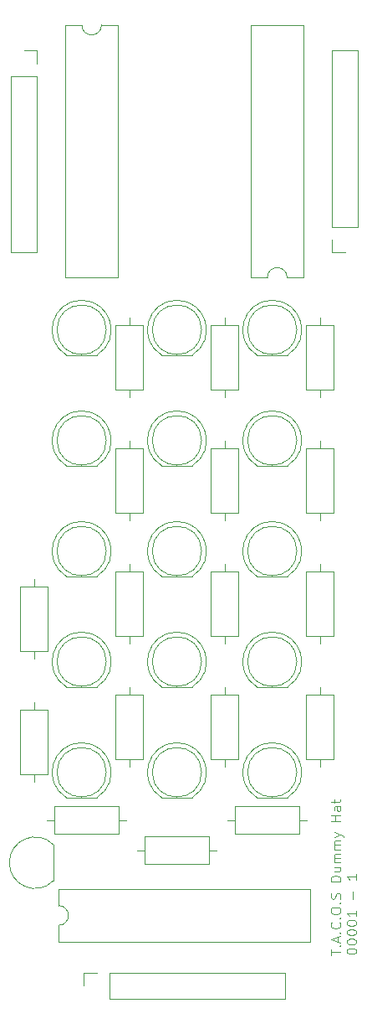
<source format=gbr>
%TF.GenerationSoftware,KiCad,Pcbnew,9.0.4-1.fc42*%
%TF.CreationDate,2025-09-21T18:40:38-04:00*%
%TF.ProjectId,DummyHat,44756d6d-7948-4617-942e-6b696361645f,rev?*%
%TF.SameCoordinates,Original*%
%TF.FileFunction,Legend,Top*%
%TF.FilePolarity,Positive*%
%FSLAX46Y46*%
G04 Gerber Fmt 4.6, Leading zero omitted, Abs format (unit mm)*
G04 Created by KiCad (PCBNEW 9.0.4-1.fc42) date 2025-09-21 18:40:38*
%MOMM*%
%LPD*%
G01*
G04 APERTURE LIST*
%ADD10C,0.100000*%
%ADD11C,0.120000*%
G04 APERTURE END LIST*
D10*
X84663875Y-147489172D02*
X84663875Y-146917744D01*
X85663875Y-147203458D02*
X84663875Y-147203458D01*
X85568636Y-146584410D02*
X85616256Y-146536791D01*
X85616256Y-146536791D02*
X85663875Y-146584410D01*
X85663875Y-146584410D02*
X85616256Y-146632029D01*
X85616256Y-146632029D02*
X85568636Y-146584410D01*
X85568636Y-146584410D02*
X85663875Y-146584410D01*
X85378160Y-146155839D02*
X85378160Y-145679649D01*
X85663875Y-146251077D02*
X84663875Y-145917744D01*
X84663875Y-145917744D02*
X85663875Y-145584411D01*
X85568636Y-145251077D02*
X85616256Y-145203458D01*
X85616256Y-145203458D02*
X85663875Y-145251077D01*
X85663875Y-145251077D02*
X85616256Y-145298696D01*
X85616256Y-145298696D02*
X85568636Y-145251077D01*
X85568636Y-145251077D02*
X85663875Y-145251077D01*
X85568636Y-144203459D02*
X85616256Y-144251078D01*
X85616256Y-144251078D02*
X85663875Y-144393935D01*
X85663875Y-144393935D02*
X85663875Y-144489173D01*
X85663875Y-144489173D02*
X85616256Y-144632030D01*
X85616256Y-144632030D02*
X85521017Y-144727268D01*
X85521017Y-144727268D02*
X85425779Y-144774887D01*
X85425779Y-144774887D02*
X85235303Y-144822506D01*
X85235303Y-144822506D02*
X85092446Y-144822506D01*
X85092446Y-144822506D02*
X84901970Y-144774887D01*
X84901970Y-144774887D02*
X84806732Y-144727268D01*
X84806732Y-144727268D02*
X84711494Y-144632030D01*
X84711494Y-144632030D02*
X84663875Y-144489173D01*
X84663875Y-144489173D02*
X84663875Y-144393935D01*
X84663875Y-144393935D02*
X84711494Y-144251078D01*
X84711494Y-144251078D02*
X84759113Y-144203459D01*
X85568636Y-143774887D02*
X85616256Y-143727268D01*
X85616256Y-143727268D02*
X85663875Y-143774887D01*
X85663875Y-143774887D02*
X85616256Y-143822506D01*
X85616256Y-143822506D02*
X85568636Y-143774887D01*
X85568636Y-143774887D02*
X85663875Y-143774887D01*
X84663875Y-143108221D02*
X84663875Y-142917745D01*
X84663875Y-142917745D02*
X84711494Y-142822507D01*
X84711494Y-142822507D02*
X84806732Y-142727269D01*
X84806732Y-142727269D02*
X84997208Y-142679650D01*
X84997208Y-142679650D02*
X85330541Y-142679650D01*
X85330541Y-142679650D02*
X85521017Y-142727269D01*
X85521017Y-142727269D02*
X85616256Y-142822507D01*
X85616256Y-142822507D02*
X85663875Y-142917745D01*
X85663875Y-142917745D02*
X85663875Y-143108221D01*
X85663875Y-143108221D02*
X85616256Y-143203459D01*
X85616256Y-143203459D02*
X85521017Y-143298697D01*
X85521017Y-143298697D02*
X85330541Y-143346316D01*
X85330541Y-143346316D02*
X84997208Y-143346316D01*
X84997208Y-143346316D02*
X84806732Y-143298697D01*
X84806732Y-143298697D02*
X84711494Y-143203459D01*
X84711494Y-143203459D02*
X84663875Y-143108221D01*
X85568636Y-142251078D02*
X85616256Y-142203459D01*
X85616256Y-142203459D02*
X85663875Y-142251078D01*
X85663875Y-142251078D02*
X85616256Y-142298697D01*
X85616256Y-142298697D02*
X85568636Y-142251078D01*
X85568636Y-142251078D02*
X85663875Y-142251078D01*
X85616256Y-141822507D02*
X85663875Y-141679650D01*
X85663875Y-141679650D02*
X85663875Y-141441555D01*
X85663875Y-141441555D02*
X85616256Y-141346317D01*
X85616256Y-141346317D02*
X85568636Y-141298698D01*
X85568636Y-141298698D02*
X85473398Y-141251079D01*
X85473398Y-141251079D02*
X85378160Y-141251079D01*
X85378160Y-141251079D02*
X85282922Y-141298698D01*
X85282922Y-141298698D02*
X85235303Y-141346317D01*
X85235303Y-141346317D02*
X85187684Y-141441555D01*
X85187684Y-141441555D02*
X85140065Y-141632031D01*
X85140065Y-141632031D02*
X85092446Y-141727269D01*
X85092446Y-141727269D02*
X85044827Y-141774888D01*
X85044827Y-141774888D02*
X84949589Y-141822507D01*
X84949589Y-141822507D02*
X84854351Y-141822507D01*
X84854351Y-141822507D02*
X84759113Y-141774888D01*
X84759113Y-141774888D02*
X84711494Y-141727269D01*
X84711494Y-141727269D02*
X84663875Y-141632031D01*
X84663875Y-141632031D02*
X84663875Y-141393936D01*
X84663875Y-141393936D02*
X84711494Y-141251079D01*
X85663875Y-140060602D02*
X84663875Y-140060602D01*
X84663875Y-140060602D02*
X84663875Y-139822507D01*
X84663875Y-139822507D02*
X84711494Y-139679650D01*
X84711494Y-139679650D02*
X84806732Y-139584412D01*
X84806732Y-139584412D02*
X84901970Y-139536793D01*
X84901970Y-139536793D02*
X85092446Y-139489174D01*
X85092446Y-139489174D02*
X85235303Y-139489174D01*
X85235303Y-139489174D02*
X85425779Y-139536793D01*
X85425779Y-139536793D02*
X85521017Y-139584412D01*
X85521017Y-139584412D02*
X85616256Y-139679650D01*
X85616256Y-139679650D02*
X85663875Y-139822507D01*
X85663875Y-139822507D02*
X85663875Y-140060602D01*
X84997208Y-138632031D02*
X85663875Y-138632031D01*
X84997208Y-139060602D02*
X85521017Y-139060602D01*
X85521017Y-139060602D02*
X85616256Y-139012983D01*
X85616256Y-139012983D02*
X85663875Y-138917745D01*
X85663875Y-138917745D02*
X85663875Y-138774888D01*
X85663875Y-138774888D02*
X85616256Y-138679650D01*
X85616256Y-138679650D02*
X85568636Y-138632031D01*
X85663875Y-138155840D02*
X84997208Y-138155840D01*
X85092446Y-138155840D02*
X85044827Y-138108221D01*
X85044827Y-138108221D02*
X84997208Y-138012983D01*
X84997208Y-138012983D02*
X84997208Y-137870126D01*
X84997208Y-137870126D02*
X85044827Y-137774888D01*
X85044827Y-137774888D02*
X85140065Y-137727269D01*
X85140065Y-137727269D02*
X85663875Y-137727269D01*
X85140065Y-137727269D02*
X85044827Y-137679650D01*
X85044827Y-137679650D02*
X84997208Y-137584412D01*
X84997208Y-137584412D02*
X84997208Y-137441555D01*
X84997208Y-137441555D02*
X85044827Y-137346316D01*
X85044827Y-137346316D02*
X85140065Y-137298697D01*
X85140065Y-137298697D02*
X85663875Y-137298697D01*
X85663875Y-136822507D02*
X84997208Y-136822507D01*
X85092446Y-136822507D02*
X85044827Y-136774888D01*
X85044827Y-136774888D02*
X84997208Y-136679650D01*
X84997208Y-136679650D02*
X84997208Y-136536793D01*
X84997208Y-136536793D02*
X85044827Y-136441555D01*
X85044827Y-136441555D02*
X85140065Y-136393936D01*
X85140065Y-136393936D02*
X85663875Y-136393936D01*
X85140065Y-136393936D02*
X85044827Y-136346317D01*
X85044827Y-136346317D02*
X84997208Y-136251079D01*
X84997208Y-136251079D02*
X84997208Y-136108222D01*
X84997208Y-136108222D02*
X85044827Y-136012983D01*
X85044827Y-136012983D02*
X85140065Y-135965364D01*
X85140065Y-135965364D02*
X85663875Y-135965364D01*
X84997208Y-135584412D02*
X85663875Y-135346317D01*
X84997208Y-135108222D02*
X85663875Y-135346317D01*
X85663875Y-135346317D02*
X85901970Y-135441555D01*
X85901970Y-135441555D02*
X85949589Y-135489174D01*
X85949589Y-135489174D02*
X85997208Y-135584412D01*
X85663875Y-133965364D02*
X84663875Y-133965364D01*
X85140065Y-133965364D02*
X85140065Y-133393936D01*
X85663875Y-133393936D02*
X84663875Y-133393936D01*
X85663875Y-132489174D02*
X85140065Y-132489174D01*
X85140065Y-132489174D02*
X85044827Y-132536793D01*
X85044827Y-132536793D02*
X84997208Y-132632031D01*
X84997208Y-132632031D02*
X84997208Y-132822507D01*
X84997208Y-132822507D02*
X85044827Y-132917745D01*
X85616256Y-132489174D02*
X85663875Y-132584412D01*
X85663875Y-132584412D02*
X85663875Y-132822507D01*
X85663875Y-132822507D02*
X85616256Y-132917745D01*
X85616256Y-132917745D02*
X85521017Y-132965364D01*
X85521017Y-132965364D02*
X85425779Y-132965364D01*
X85425779Y-132965364D02*
X85330541Y-132917745D01*
X85330541Y-132917745D02*
X85282922Y-132822507D01*
X85282922Y-132822507D02*
X85282922Y-132584412D01*
X85282922Y-132584412D02*
X85235303Y-132489174D01*
X84997208Y-132155840D02*
X84997208Y-131774888D01*
X84663875Y-132012983D02*
X85521017Y-132012983D01*
X85521017Y-132012983D02*
X85616256Y-131965364D01*
X85616256Y-131965364D02*
X85663875Y-131870126D01*
X85663875Y-131870126D02*
X85663875Y-131774888D01*
X86273819Y-147155839D02*
X86273819Y-147060601D01*
X86273819Y-147060601D02*
X86321438Y-146965363D01*
X86321438Y-146965363D02*
X86369057Y-146917744D01*
X86369057Y-146917744D02*
X86464295Y-146870125D01*
X86464295Y-146870125D02*
X86654771Y-146822506D01*
X86654771Y-146822506D02*
X86892866Y-146822506D01*
X86892866Y-146822506D02*
X87083342Y-146870125D01*
X87083342Y-146870125D02*
X87178580Y-146917744D01*
X87178580Y-146917744D02*
X87226200Y-146965363D01*
X87226200Y-146965363D02*
X87273819Y-147060601D01*
X87273819Y-147060601D02*
X87273819Y-147155839D01*
X87273819Y-147155839D02*
X87226200Y-147251077D01*
X87226200Y-147251077D02*
X87178580Y-147298696D01*
X87178580Y-147298696D02*
X87083342Y-147346315D01*
X87083342Y-147346315D02*
X86892866Y-147393934D01*
X86892866Y-147393934D02*
X86654771Y-147393934D01*
X86654771Y-147393934D02*
X86464295Y-147346315D01*
X86464295Y-147346315D02*
X86369057Y-147298696D01*
X86369057Y-147298696D02*
X86321438Y-147251077D01*
X86321438Y-147251077D02*
X86273819Y-147155839D01*
X86273819Y-146203458D02*
X86273819Y-146108220D01*
X86273819Y-146108220D02*
X86321438Y-146012982D01*
X86321438Y-146012982D02*
X86369057Y-145965363D01*
X86369057Y-145965363D02*
X86464295Y-145917744D01*
X86464295Y-145917744D02*
X86654771Y-145870125D01*
X86654771Y-145870125D02*
X86892866Y-145870125D01*
X86892866Y-145870125D02*
X87083342Y-145917744D01*
X87083342Y-145917744D02*
X87178580Y-145965363D01*
X87178580Y-145965363D02*
X87226200Y-146012982D01*
X87226200Y-146012982D02*
X87273819Y-146108220D01*
X87273819Y-146108220D02*
X87273819Y-146203458D01*
X87273819Y-146203458D02*
X87226200Y-146298696D01*
X87226200Y-146298696D02*
X87178580Y-146346315D01*
X87178580Y-146346315D02*
X87083342Y-146393934D01*
X87083342Y-146393934D02*
X86892866Y-146441553D01*
X86892866Y-146441553D02*
X86654771Y-146441553D01*
X86654771Y-146441553D02*
X86464295Y-146393934D01*
X86464295Y-146393934D02*
X86369057Y-146346315D01*
X86369057Y-146346315D02*
X86321438Y-146298696D01*
X86321438Y-146298696D02*
X86273819Y-146203458D01*
X86273819Y-145251077D02*
X86273819Y-145155839D01*
X86273819Y-145155839D02*
X86321438Y-145060601D01*
X86321438Y-145060601D02*
X86369057Y-145012982D01*
X86369057Y-145012982D02*
X86464295Y-144965363D01*
X86464295Y-144965363D02*
X86654771Y-144917744D01*
X86654771Y-144917744D02*
X86892866Y-144917744D01*
X86892866Y-144917744D02*
X87083342Y-144965363D01*
X87083342Y-144965363D02*
X87178580Y-145012982D01*
X87178580Y-145012982D02*
X87226200Y-145060601D01*
X87226200Y-145060601D02*
X87273819Y-145155839D01*
X87273819Y-145155839D02*
X87273819Y-145251077D01*
X87273819Y-145251077D02*
X87226200Y-145346315D01*
X87226200Y-145346315D02*
X87178580Y-145393934D01*
X87178580Y-145393934D02*
X87083342Y-145441553D01*
X87083342Y-145441553D02*
X86892866Y-145489172D01*
X86892866Y-145489172D02*
X86654771Y-145489172D01*
X86654771Y-145489172D02*
X86464295Y-145441553D01*
X86464295Y-145441553D02*
X86369057Y-145393934D01*
X86369057Y-145393934D02*
X86321438Y-145346315D01*
X86321438Y-145346315D02*
X86273819Y-145251077D01*
X86273819Y-144298696D02*
X86273819Y-144203458D01*
X86273819Y-144203458D02*
X86321438Y-144108220D01*
X86321438Y-144108220D02*
X86369057Y-144060601D01*
X86369057Y-144060601D02*
X86464295Y-144012982D01*
X86464295Y-144012982D02*
X86654771Y-143965363D01*
X86654771Y-143965363D02*
X86892866Y-143965363D01*
X86892866Y-143965363D02*
X87083342Y-144012982D01*
X87083342Y-144012982D02*
X87178580Y-144060601D01*
X87178580Y-144060601D02*
X87226200Y-144108220D01*
X87226200Y-144108220D02*
X87273819Y-144203458D01*
X87273819Y-144203458D02*
X87273819Y-144298696D01*
X87273819Y-144298696D02*
X87226200Y-144393934D01*
X87226200Y-144393934D02*
X87178580Y-144441553D01*
X87178580Y-144441553D02*
X87083342Y-144489172D01*
X87083342Y-144489172D02*
X86892866Y-144536791D01*
X86892866Y-144536791D02*
X86654771Y-144536791D01*
X86654771Y-144536791D02*
X86464295Y-144489172D01*
X86464295Y-144489172D02*
X86369057Y-144441553D01*
X86369057Y-144441553D02*
X86321438Y-144393934D01*
X86321438Y-144393934D02*
X86273819Y-144298696D01*
X87273819Y-143012982D02*
X87273819Y-143584410D01*
X87273819Y-143298696D02*
X86273819Y-143298696D01*
X86273819Y-143298696D02*
X86416676Y-143393934D01*
X86416676Y-143393934D02*
X86511914Y-143489172D01*
X86511914Y-143489172D02*
X86559533Y-143584410D01*
X86892866Y-141822505D02*
X86892866Y-141060601D01*
X87273819Y-139298696D02*
X87273819Y-139870124D01*
X87273819Y-139584410D02*
X86273819Y-139584410D01*
X86273819Y-139584410D02*
X86416676Y-139679648D01*
X86416676Y-139679648D02*
X86511914Y-139774886D01*
X86511914Y-139774886D02*
X86559533Y-139870124D01*
D11*
%TO.C,R11*%
X73914000Y-120420000D02*
X73914000Y-121190000D01*
X73914000Y-128500000D02*
X73914000Y-127730000D01*
X72544000Y-127730000D02*
X75284000Y-127730000D01*
X75284000Y-121190000D01*
X72544000Y-121190000D01*
X72544000Y-127730000D01*
%TO.C,D7*%
X77195000Y-98064000D02*
X80285000Y-98064000D01*
X77195170Y-98064000D02*
G75*
G02*
X78740000Y-92514000I1544830J2560000D01*
G01*
X78740000Y-92514000D02*
G75*
G02*
X80284830Y-98064000I0J-2990000D01*
G01*
X81240000Y-95504000D02*
G75*
G02*
X76240000Y-95504000I-2500000J0D01*
G01*
X76240000Y-95504000D02*
G75*
G02*
X81240000Y-95504000I2500000J0D01*
G01*
%TO.C,Q1*%
X56566000Y-139976000D02*
X56566000Y-136376000D01*
X52116000Y-138176000D02*
G75*
G02*
X56554478Y-136337522I2600000J0D01*
G01*
X56554478Y-140014478D02*
G75*
G02*
X52115999Y-138176000I-1838478J1838478D01*
G01*
%TO.C,D6*%
X57891000Y-109245000D02*
X60981000Y-109245000D01*
X57891170Y-109245000D02*
G75*
G02*
X59436000Y-103695000I1544830J2560000D01*
G01*
X59436000Y-103695000D02*
G75*
G02*
X60980830Y-109245000I0J-2990000D01*
G01*
X61936000Y-106685000D02*
G75*
G02*
X56936000Y-106685000I-2500000J0D01*
G01*
X56936000Y-106685000D02*
G75*
G02*
X61936000Y-106685000I2500000J0D01*
G01*
%TO.C,R10*%
X64262000Y-120420000D02*
X64262000Y-121190000D01*
X64262000Y-128500000D02*
X64262000Y-127730000D01*
X62892000Y-127730000D02*
X65632000Y-127730000D01*
X65632000Y-121190000D01*
X62892000Y-121190000D01*
X62892000Y-127730000D01*
%TO.C,R6*%
X73914000Y-83082000D02*
X73914000Y-83852000D01*
X73914000Y-91162000D02*
X73914000Y-90392000D01*
X75284000Y-83852000D02*
X72544000Y-83852000D01*
X72544000Y-90392000D01*
X75284000Y-90392000D01*
X75284000Y-83852000D01*
%TO.C,J3*%
X84776000Y-73914000D02*
X84776000Y-56074000D01*
X84776000Y-76514000D02*
X84776000Y-75184000D01*
X86106000Y-76514000D02*
X84776000Y-76514000D01*
X87436000Y-56074000D02*
X84776000Y-56074000D01*
X87436000Y-73914000D02*
X84776000Y-73914000D01*
X87436000Y-73914000D02*
X87436000Y-56074000D01*
%TO.C,R1*%
X54610000Y-121944000D02*
X54610000Y-122714000D01*
X54610000Y-130024000D02*
X54610000Y-129254000D01*
X53240000Y-129254000D02*
X55980000Y-129254000D01*
X55980000Y-122714000D01*
X53240000Y-122714000D01*
X53240000Y-129254000D01*
%TO.C,D3*%
X57891000Y-86888000D02*
X60981000Y-86888000D01*
X57891170Y-86888000D02*
G75*
G02*
X59436000Y-81338000I1544830J2560000D01*
G01*
X59436000Y-81338000D02*
G75*
G02*
X60980830Y-86888000I0J-2990000D01*
G01*
X61936000Y-84328000D02*
G75*
G02*
X56936000Y-84328000I-2500000J0D01*
G01*
X56936000Y-84328000D02*
G75*
G02*
X61936000Y-84328000I2500000J0D01*
G01*
%TO.C,R14*%
X65048000Y-136906000D02*
X65818000Y-136906000D01*
X73128000Y-136906000D02*
X72358000Y-136906000D01*
X65818000Y-135536000D02*
X72358000Y-135536000D01*
X72358000Y-138276000D01*
X65818000Y-138276000D01*
X65818000Y-135536000D01*
%TO.C,R7*%
X64262000Y-83082000D02*
X64262000Y-83852000D01*
X64262000Y-91162000D02*
X64262000Y-90392000D01*
X65632000Y-83852000D02*
X62892000Y-83852000D01*
X62892000Y-90392000D01*
X65632000Y-90392000D01*
X65632000Y-83852000D01*
%TO.C,D5*%
X77195000Y-109245000D02*
X80285000Y-109245000D01*
X77195170Y-109245000D02*
G75*
G02*
X78740000Y-103695000I1544830J2560000D01*
G01*
X78740000Y-103695000D02*
G75*
G02*
X80284830Y-109245000I0J-2990000D01*
G01*
X81240000Y-106685000D02*
G75*
G02*
X76240000Y-106685000I-2500000J0D01*
G01*
X76240000Y-106685000D02*
G75*
G02*
X81240000Y-106685000I2500000J0D01*
G01*
%TO.C,U3*%
X76598000Y-53534000D02*
X76598000Y-79054000D01*
X76598000Y-79054000D02*
X78248000Y-79054000D01*
X80248000Y-79054000D02*
X81898000Y-79054000D01*
X81898000Y-53534000D02*
X76598000Y-53534000D01*
X81898000Y-79054000D02*
X81898000Y-53534000D01*
X78248000Y-79054000D02*
G75*
G02*
X80248000Y-79054000I1000000J0D01*
G01*
%TO.C,R15*%
X74192000Y-133858000D02*
X74962000Y-133858000D01*
X82272000Y-133858000D02*
X81502000Y-133858000D01*
X81502000Y-135228000D02*
X74962000Y-135228000D01*
X74962000Y-132488000D01*
X81502000Y-132488000D01*
X81502000Y-135228000D01*
%TO.C,R9*%
X83566000Y-107974000D02*
X83566000Y-108744000D01*
X83566000Y-116054000D02*
X83566000Y-115284000D01*
X82196000Y-115284000D02*
X84936000Y-115284000D01*
X84936000Y-108744000D01*
X82196000Y-108744000D01*
X82196000Y-115284000D01*
%TO.C,R3*%
X73914000Y-95528000D02*
X73914000Y-96298000D01*
X73914000Y-103608000D02*
X73914000Y-102838000D01*
X72544000Y-102838000D02*
X75284000Y-102838000D01*
X75284000Y-96298000D01*
X72544000Y-96298000D01*
X72544000Y-102838000D01*
%TO.C,D8*%
X67543000Y-98064000D02*
X70633000Y-98064000D01*
X67543170Y-98064000D02*
G75*
G02*
X69088000Y-92514000I1544830J2560000D01*
G01*
X69088000Y-92514000D02*
G75*
G02*
X70632830Y-98064000I0J-2990000D01*
G01*
X71588000Y-95504000D02*
G75*
G02*
X66588000Y-95504000I-2500000J0D01*
G01*
X66588000Y-95504000D02*
G75*
G02*
X71588000Y-95504000I2500000J0D01*
G01*
%TO.C,R16*%
X64262000Y-107974000D02*
X64262000Y-108744000D01*
X64262000Y-116054000D02*
X64262000Y-115284000D01*
X62892000Y-115284000D02*
X65632000Y-115284000D01*
X65632000Y-108744000D01*
X62892000Y-108744000D01*
X62892000Y-115284000D01*
%TO.C,R4*%
X64262000Y-95533000D02*
X64262000Y-96303000D01*
X64262000Y-103613000D02*
X64262000Y-102843000D01*
X62892000Y-102843000D02*
X65632000Y-102843000D01*
X65632000Y-96303000D01*
X62892000Y-96303000D01*
X62892000Y-102843000D01*
%TO.C,R2*%
X54610000Y-109498000D02*
X54610000Y-110268000D01*
X54610000Y-117578000D02*
X54610000Y-116808000D01*
X53240000Y-116808000D02*
X55980000Y-116808000D01*
X55980000Y-110268000D01*
X53240000Y-110268000D01*
X53240000Y-116808000D01*
%TO.C,D10*%
X57891000Y-120416000D02*
X60981000Y-120416000D01*
X57891170Y-120416000D02*
G75*
G02*
X59436000Y-114866000I1544830J2560000D01*
G01*
X59436000Y-114866000D02*
G75*
G02*
X60980830Y-120416000I0J-2990000D01*
G01*
X61936000Y-117856000D02*
G75*
G02*
X56936000Y-117856000I-2500000J0D01*
G01*
X56936000Y-117856000D02*
G75*
G02*
X61936000Y-117856000I2500000J0D01*
G01*
%TO.C,R12*%
X83566000Y-120420000D02*
X83566000Y-121190000D01*
X83566000Y-128500000D02*
X83566000Y-127730000D01*
X82196000Y-127730000D02*
X84936000Y-127730000D01*
X84936000Y-121190000D01*
X82196000Y-121190000D01*
X82196000Y-127730000D01*
%TO.C,D12*%
X77195000Y-120416000D02*
X80285000Y-120416000D01*
X77195170Y-120416000D02*
G75*
G02*
X78740000Y-114866000I1544830J2560000D01*
G01*
X78740000Y-114866000D02*
G75*
G02*
X80284830Y-120416000I0J-2990000D01*
G01*
X81240000Y-117856000D02*
G75*
G02*
X76240000Y-117856000I-2500000J0D01*
G01*
X76240000Y-117856000D02*
G75*
G02*
X81240000Y-117856000I2500000J0D01*
G01*
%TO.C,D9*%
X57891000Y-98069000D02*
X60981000Y-98069000D01*
X57891170Y-98069000D02*
G75*
G02*
X59436000Y-92519000I1544830J2560000D01*
G01*
X59436000Y-92519000D02*
G75*
G02*
X60980830Y-98069000I0J-2990000D01*
G01*
X61936000Y-95509000D02*
G75*
G02*
X56936000Y-95509000I-2500000J0D01*
G01*
X56936000Y-95509000D02*
G75*
G02*
X61936000Y-95509000I2500000J0D01*
G01*
%TO.C,R17*%
X83566000Y-95528000D02*
X83566000Y-96298000D01*
X83566000Y-103608000D02*
X83566000Y-102838000D01*
X82196000Y-102838000D02*
X84936000Y-102838000D01*
X84936000Y-96298000D01*
X82196000Y-96298000D01*
X82196000Y-102838000D01*
%TO.C,D1*%
X77195000Y-86888000D02*
X80285000Y-86888000D01*
X77195170Y-86888000D02*
G75*
G02*
X78740000Y-81338000I1544830J2560000D01*
G01*
X78740000Y-81338000D02*
G75*
G02*
X80284830Y-86888000I0J-2990000D01*
G01*
X81240000Y-84328000D02*
G75*
G02*
X76240000Y-84328000I-2500000J0D01*
G01*
X76240000Y-84328000D02*
G75*
G02*
X81240000Y-84328000I2500000J0D01*
G01*
%TO.C,D11*%
X67543000Y-120416000D02*
X70633000Y-120416000D01*
X67543170Y-120416000D02*
G75*
G02*
X69088000Y-114866000I1544830J2560000D01*
G01*
X69088000Y-114866000D02*
G75*
G02*
X70632830Y-120416000I0J-2990000D01*
G01*
X71588000Y-117856000D02*
G75*
G02*
X66588000Y-117856000I-2500000J0D01*
G01*
X66588000Y-117856000D02*
G75*
G02*
X71588000Y-117856000I2500000J0D01*
G01*
%TO.C,D15*%
X77195000Y-131597000D02*
X80285000Y-131597000D01*
X77195170Y-131597000D02*
G75*
G02*
X78740000Y-126047000I1544830J2560000D01*
G01*
X78740000Y-126047000D02*
G75*
G02*
X80284830Y-131597000I0J-2990000D01*
G01*
X81240000Y-129037000D02*
G75*
G02*
X76240000Y-129037000I-2500000J0D01*
G01*
X76240000Y-129037000D02*
G75*
G02*
X81240000Y-129037000I2500000J0D01*
G01*
%TO.C,D4*%
X67543000Y-109245000D02*
X70633000Y-109245000D01*
X67543170Y-109245000D02*
G75*
G02*
X69088000Y-103695000I1544830J2560000D01*
G01*
X69088000Y-103695000D02*
G75*
G02*
X70632830Y-109245000I0J-2990000D01*
G01*
X71588000Y-106685000D02*
G75*
G02*
X66588000Y-106685000I-2500000J0D01*
G01*
X66588000Y-106685000D02*
G75*
G02*
X71588000Y-106685000I2500000J0D01*
G01*
%TO.C,J2*%
X52264000Y-58674000D02*
X52264000Y-76514000D01*
X52264000Y-58674000D02*
X54924000Y-58674000D01*
X52264000Y-76514000D02*
X54924000Y-76514000D01*
X53594000Y-56074000D02*
X54924000Y-56074000D01*
X54924000Y-56074000D02*
X54924000Y-57404000D01*
X54924000Y-58674000D02*
X54924000Y-76514000D01*
%TO.C,D14*%
X67543000Y-131597000D02*
X70633000Y-131597000D01*
X67543170Y-131597000D02*
G75*
G02*
X69088000Y-126047000I1544830J2560000D01*
G01*
X69088000Y-126047000D02*
G75*
G02*
X70632830Y-131597000I0J-2990000D01*
G01*
X71588000Y-129037000D02*
G75*
G02*
X66588000Y-129037000I-2500000J0D01*
G01*
X66588000Y-129037000D02*
G75*
G02*
X71588000Y-129037000I2500000J0D01*
G01*
%TO.C,D2*%
X67543000Y-86888000D02*
X70633000Y-86888000D01*
X67543170Y-86888000D02*
G75*
G02*
X69088000Y-81338000I1544830J2560000D01*
G01*
X69088000Y-81338000D02*
G75*
G02*
X70632830Y-86888000I0J-2990000D01*
G01*
X71588000Y-84328000D02*
G75*
G02*
X66588000Y-84328000I-2500000J0D01*
G01*
X66588000Y-84328000D02*
G75*
G02*
X71588000Y-84328000I2500000J0D01*
G01*
%TO.C,R13*%
X55904000Y-133858000D02*
X56674000Y-133858000D01*
X63984000Y-133858000D02*
X63214000Y-133858000D01*
X56674000Y-132488000D02*
X63214000Y-132488000D01*
X63214000Y-135228000D01*
X56674000Y-135228000D01*
X56674000Y-132488000D01*
%TO.C,J1*%
X59626987Y-149288987D02*
X60956987Y-149288987D01*
X59626987Y-150618987D02*
X59626987Y-149288987D01*
X62226987Y-149288987D02*
X80066987Y-149288987D01*
X62226987Y-151948987D02*
X62226987Y-149288987D01*
X62226987Y-151948987D02*
X80066987Y-151948987D01*
X80066987Y-151948987D02*
X80066987Y-149288987D01*
%TO.C,R8*%
X73914000Y-107974000D02*
X73914000Y-108744000D01*
X73914000Y-116054000D02*
X73914000Y-115284000D01*
X72544000Y-115284000D02*
X75284000Y-115284000D01*
X75284000Y-108744000D01*
X72544000Y-108744000D01*
X72544000Y-115284000D01*
%TO.C,D13*%
X57891000Y-131597000D02*
X60981000Y-131597000D01*
X57891170Y-131597000D02*
G75*
G02*
X59436000Y-126047000I1544830J2560000D01*
G01*
X59436000Y-126047000D02*
G75*
G02*
X60980830Y-131597000I0J-2990000D01*
G01*
X61936000Y-129037000D02*
G75*
G02*
X56936000Y-129037000I-2500000J0D01*
G01*
X56936000Y-129037000D02*
G75*
G02*
X61936000Y-129037000I2500000J0D01*
G01*
%TO.C,U2*%
X57802000Y-53534000D02*
X57802000Y-79054000D01*
X57802000Y-79054000D02*
X63102000Y-79054000D01*
X59452000Y-53534000D02*
X57802000Y-53534000D01*
X63102000Y-53534000D02*
X61452000Y-53534000D01*
X63102000Y-79054000D02*
X63102000Y-53534000D01*
X61452000Y-53534000D02*
G75*
G02*
X59452000Y-53534000I-1000000J0D01*
G01*
%TO.C,R5*%
X83566000Y-83082000D02*
X83566000Y-83852000D01*
X83566000Y-91162000D02*
X83566000Y-90392000D01*
X84936000Y-83852000D02*
X82196000Y-83852000D01*
X82196000Y-90392000D01*
X84936000Y-90392000D01*
X84936000Y-83852000D01*
%TO.C,U1*%
X57086987Y-140856987D02*
X57086987Y-142506987D01*
X57086987Y-144506987D02*
X57086987Y-146156987D01*
X57086987Y-146156987D02*
X82606987Y-146156987D01*
X82606987Y-140856987D02*
X57086987Y-140856987D01*
X82606987Y-146156987D02*
X82606987Y-140856987D01*
X57086987Y-142506987D02*
G75*
G02*
X57086987Y-144506987I0J-1000000D01*
G01*
%TD*%
M02*

</source>
